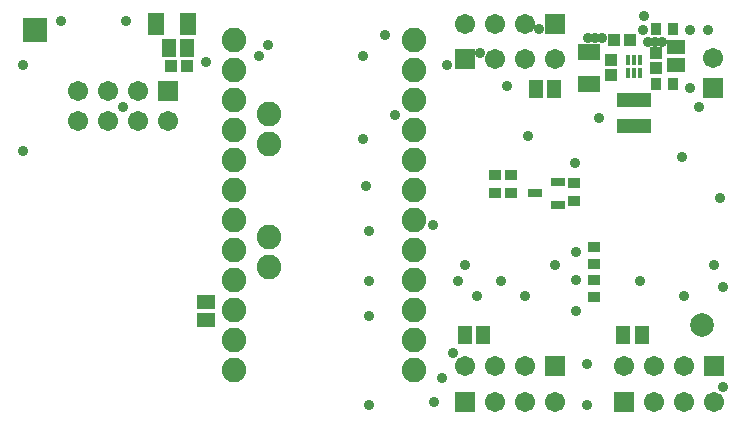
<source format=gts>
G04 Layer_Color=8388736*
%FSLAX24Y24*%
%MOIN*%
G70*
G01*
G75*
%ADD37R,0.0474X0.0631*%
%ADD38R,0.0150X0.0335*%
%ADD39R,0.0415X0.0336*%
%ADD40R,0.0336X0.0415*%
%ADD41R,0.0513X0.0316*%
%ADD42C,0.0787*%
%ADD43R,0.0787X0.0787*%
%ADD44R,0.1143X0.0474*%
%ADD45R,0.0415X0.0434*%
%ADD46R,0.0434X0.0415*%
%ADD47R,0.0631X0.0474*%
%ADD48R,0.0552X0.0769*%
%ADD49R,0.0769X0.0552*%
%ADD50C,0.0671*%
%ADD51R,0.0671X0.0671*%
%ADD52C,0.0820*%
%ADD53R,0.0671X0.0671*%
%ADD54C,0.0356*%
D37*
X17490Y11024D02*
D03*
X18100D02*
D03*
X21014Y2835D02*
D03*
X20404D02*
D03*
X15738D02*
D03*
X15128D02*
D03*
X5246Y12402D02*
D03*
X5856D02*
D03*
D38*
X20945Y11998D02*
D03*
X20748D02*
D03*
X20551D02*
D03*
X20945Y11545D02*
D03*
X20748D02*
D03*
X20551D02*
D03*
D39*
X19409Y4075D02*
D03*
Y4665D02*
D03*
Y5177D02*
D03*
Y5768D02*
D03*
X16122Y7549D02*
D03*
Y8140D02*
D03*
X16673Y8140D02*
D03*
Y7549D02*
D03*
X18750Y7283D02*
D03*
Y7874D02*
D03*
D40*
X21476Y13032D02*
D03*
X22067D02*
D03*
X22067Y11181D02*
D03*
X21476D02*
D03*
D41*
X18228Y7165D02*
D03*
Y7913D02*
D03*
X17461Y7539D02*
D03*
D42*
X23031Y3150D02*
D03*
D43*
X787Y12992D02*
D03*
D44*
X20748Y9803D02*
D03*
Y10669D02*
D03*
D45*
X21496Y12224D02*
D03*
Y11713D02*
D03*
X20000Y11988D02*
D03*
Y11476D02*
D03*
D46*
X20098Y12638D02*
D03*
X20610D02*
D03*
X5335Y11772D02*
D03*
X5846D02*
D03*
D47*
X22165Y12431D02*
D03*
Y11821D02*
D03*
X6496Y3317D02*
D03*
Y3927D02*
D03*
D48*
X5886Y13189D02*
D03*
X4823D02*
D03*
D49*
X19252Y11201D02*
D03*
Y12264D02*
D03*
D50*
X2236Y9945D02*
D03*
Y10945D02*
D03*
X3236Y9945D02*
D03*
Y10945D02*
D03*
X4236Y9945D02*
D03*
Y10945D02*
D03*
X5236Y9945D02*
D03*
X23425Y591D02*
D03*
X22425D02*
D03*
X21425D02*
D03*
X15110Y1772D02*
D03*
X16110D02*
D03*
X17110D02*
D03*
X15110Y13189D02*
D03*
X16110D02*
D03*
X17110D02*
D03*
X20425Y1772D02*
D03*
X21425D02*
D03*
X22425D02*
D03*
X18110Y591D02*
D03*
X17110D02*
D03*
X16110D02*
D03*
X18110Y12008D02*
D03*
X17110D02*
D03*
X16110D02*
D03*
X23386Y12063D02*
D03*
D51*
X5236Y10945D02*
D03*
X23386Y11063D02*
D03*
D52*
X8575Y5088D02*
D03*
Y6088D02*
D03*
Y9188D02*
D03*
Y10188D02*
D03*
X7425Y12638D02*
D03*
Y11638D02*
D03*
Y10638D02*
D03*
Y9638D02*
D03*
Y8638D02*
D03*
Y7638D02*
D03*
Y6638D02*
D03*
Y5638D02*
D03*
Y4638D02*
D03*
Y3638D02*
D03*
Y2638D02*
D03*
Y1638D02*
D03*
X13425D02*
D03*
Y2638D02*
D03*
Y3638D02*
D03*
Y4638D02*
D03*
Y5638D02*
D03*
Y6638D02*
D03*
Y7638D02*
D03*
Y8638D02*
D03*
Y9638D02*
D03*
Y10638D02*
D03*
Y11638D02*
D03*
Y12638D02*
D03*
D53*
X20425Y591D02*
D03*
X18110Y1772D02*
D03*
Y13189D02*
D03*
X23425Y1772D02*
D03*
X15110Y591D02*
D03*
Y12008D02*
D03*
D54*
X21457Y12598D02*
D03*
X21693D02*
D03*
X21220D02*
D03*
X21102Y13465D02*
D03*
X17598Y13032D02*
D03*
X14724Y2205D02*
D03*
X14370Y1378D02*
D03*
X14055Y6496D02*
D03*
X14882Y4606D02*
D03*
X15630Y12205D02*
D03*
X14528Y11811D02*
D03*
X12441Y12835D02*
D03*
X8543Y12495D02*
D03*
X3740Y10433D02*
D03*
X1673Y13287D02*
D03*
X394Y8957D02*
D03*
Y11811D02*
D03*
X3839Y13287D02*
D03*
X6496Y11909D02*
D03*
X8268Y12106D02*
D03*
X11713D02*
D03*
Y9350D02*
D03*
X11811Y7776D02*
D03*
X11909Y6299D02*
D03*
Y4626D02*
D03*
Y3445D02*
D03*
X14075Y591D02*
D03*
X11909Y492D02*
D03*
X16339Y4626D02*
D03*
X20965D02*
D03*
X19193Y1870D02*
D03*
Y492D02*
D03*
X23720Y1083D02*
D03*
Y4429D02*
D03*
X23622Y7382D02*
D03*
X17224Y9449D02*
D03*
X18799Y8563D02*
D03*
X22343Y8760D02*
D03*
X16535Y11122D02*
D03*
X19587Y10039D02*
D03*
X22933Y10433D02*
D03*
X23228Y12992D02*
D03*
X18819Y5591D02*
D03*
X22638Y11063D02*
D03*
Y12992D02*
D03*
X19213Y12717D02*
D03*
X19449D02*
D03*
X19685D02*
D03*
X21063Y12992D02*
D03*
X18819Y4665D02*
D03*
Y3622D02*
D03*
X15118Y5149D02*
D03*
X15512Y4134D02*
D03*
X17110D02*
D03*
X18110Y5149D02*
D03*
X23425D02*
D03*
X22425Y4134D02*
D03*
X12804Y10149D02*
D03*
M02*

</source>
